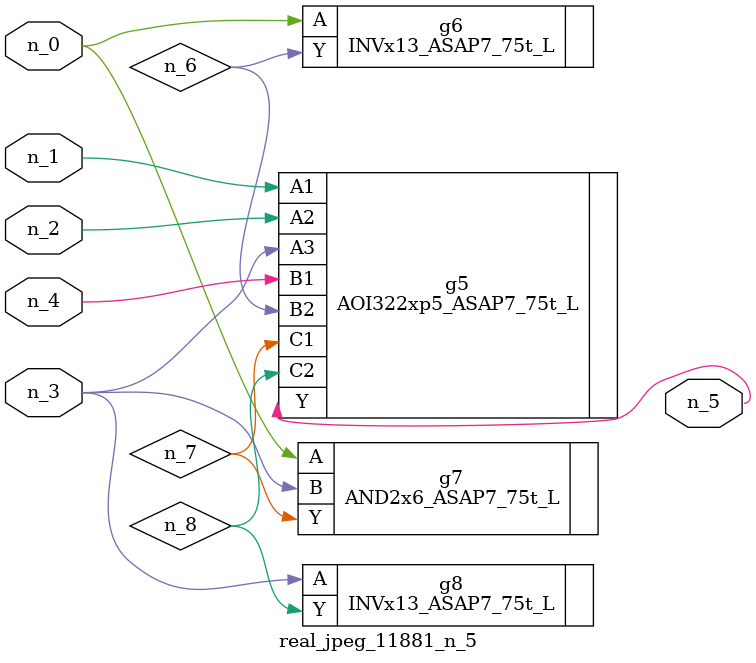
<source format=v>
module real_jpeg_11881_n_5 (n_4, n_0, n_1, n_2, n_3, n_5);

input n_4;
input n_0;
input n_1;
input n_2;
input n_3;

output n_5;

wire n_8;
wire n_6;
wire n_7;

INVx13_ASAP7_75t_L g6 ( 
.A(n_0),
.Y(n_6)
);

AND2x6_ASAP7_75t_L g7 ( 
.A(n_0),
.B(n_3),
.Y(n_7)
);

AOI322xp5_ASAP7_75t_L g5 ( 
.A1(n_1),
.A2(n_2),
.A3(n_3),
.B1(n_4),
.B2(n_6),
.C1(n_7),
.C2(n_8),
.Y(n_5)
);

INVx13_ASAP7_75t_L g8 ( 
.A(n_3),
.Y(n_8)
);


endmodule
</source>
